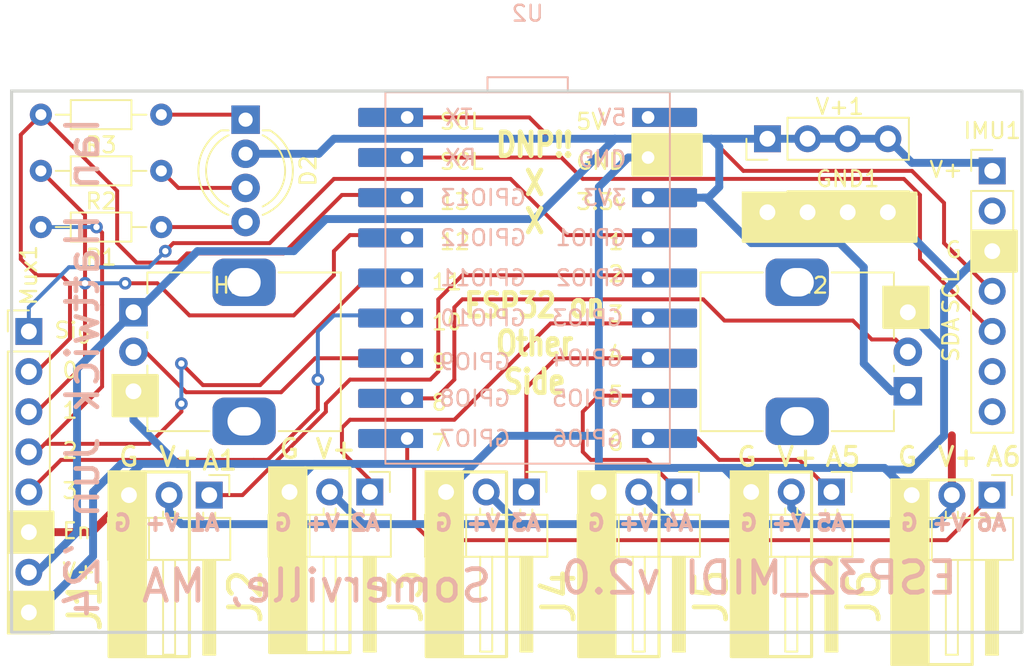
<source format=kicad_pcb>
(kicad_pcb (version 20221018) (generator pcbnew)
  (layers (0 "F.Cu" signal) (31 "B.Cu" signal) (34 "B.Paste" user) (35 "F.Paste" user) (36 "B.SilkS" user "B.Silkscreen") (37 "F.SilkS" user "F.Silkscreen") (38 "B.Mask" user) (39 "F.Mask" user) (44 "Edge.Cuts" user))
  (net 0 "")
  (net 1 "/A1")
  (net 2 "+3.3V")
  (net 3 "GND")
  (net 4 "/A2")
  (net 5 "/A3")
  (net 6 "/A4")
  (net 7 "/A5")
  (net 8 "/A6")
  (net 9 "/A0")
  (net 10 "/D2")
  (net 11 "/D1")
  (net 12 "/A8")
  (net 13 "/SCL")
  (net 14 "/SDA")
  (net 15 "/A7")
  (net 16 "/A9")
  (net 17 "/D0")
  (net 22 "Net-(D2-RK)")
  (net 23 "Net-(D2-GK)")
  (net 24 "Net-(D2-BK)")
  (footprint "Potentiometer_THT:Potentiometer_Alps_RK09K_Single_Vertical" (layer "F.Cu") (at 175 49 180)
    (fp_text reference "RV2" hide)
    (fp_text value "R_Potentiometer" hide)
    (pad "1" thru_hole rect (at 0 0 180) (size 1.8 1.8) (drill 1) (layers "*.Cu" "*.Mask") (net 2 "+3.3V"))
    (pad "2" thru_hole circle (at 0 2.5 180) (size 1.8 1.8) (drill 1) (layers "*.Cu" "*.Mask") (net 15 "/A7"))
    (pad "3" thru_hole circle (at 0 5 180) (size 1.8 1.8) (drill 1) (layers "*.Cu" "*.Mask") (net 3 "GND"))
    (pad "MP" thru_hole roundrect (at 7 -1.9 180) (size 4 3) (drill oval 2.1 1.8) (layers "*.Cu" "*.Mask"))
    (pad "MP" thru_hole roundrect (at 7 6.9 180) (size 4 3) (drill oval 2.1 1.8) (layers "*.Cu" "*.Mask"))
  )
  (footprint "Connector_PinHeader_2.54mm:PinHeader_1x04_P2.54mm_Vertical" (layer "F.Cu") (at 166.116 33.02 90)
    (fp_text reference "V+1" (at 2.032 4.572 180) (layer "F.SilkS"))
    (fp_text value "Conn_01x04_Pin")
    (pad "1" thru_hole rect (at 0 0 90) (size 1.7 1.7) (drill 1) (layers "*.Cu" "*.Mask") (net 2 "+3.3V"))
    (pad "2" thru_hole oval (at 0 2.54 90) (size 1.7 1.7) (drill 1) (layers "*.Cu" "*.Mask") (net 2 "+3.3V"))
    (pad "3" thru_hole oval (at 0 5.08 90) (size 1.7 1.7) (drill 1) (layers "*.Cu" "*.Mask") (net 2 "+3.3V"))
    (pad "4" thru_hole oval (at 0 7.62 90) (size 1.7 1.7) (drill 1) (layers "*.Cu" "*.Mask") (net 2 "+3.3V"))
  )
  (footprint "Connector_PinHeader_2.54mm:PinHeader_1x03_P2.54mm_Horizontal" (layer "F.Cu") (at 180.325 55.569 -90)
    (fp_text reference "J6" (at 6.407 8.113 -90) (layer "F.SilkS") (effects (font (size 2 2) (thickness 0.3))))
    (fp_text value "Conn_01x03_Pin" hide)
    (pad "1" thru_hole rect (at 0 0 270) (size 1.7 1.7) (drill 1) (layers "*.Cu" "*.Mask") (net 8 "/A6"))
    (pad "2" thru_hole oval (at 0 2.54 270) (size 1.7 1.7) (drill 1) (layers "*.Cu" "*.Mask") (net 2 "+3.3V"))
    (pad "3" thru_hole oval (at 0 5.08 270) (size 1.7 1.7) (drill 1) (layers "*.Cu" "*.Mask") (net 3 "GND"))
  )
  (footprint "Connector_PinHeader_2.54mm:PinHeader_1x03_P2.54mm_Horizontal" (layer "F.Cu") (at 130.795 55.569 -90)
    (fp_text reference "J1" (at 6.915 7.859 90) (layer "F.SilkS") (effects (font (size 2 2) (thickness 0.3))))
    (fp_text value "Conn_01x03_Pin" hide)
    (pad "1" thru_hole rect (at 0 0 270) (size 1.7 1.7) (drill 1) (layers "*.Cu" "*.Mask") (net 1 "/A1"))
    (pad "2" thru_hole oval (at 0 2.54 270) (size 1.7 1.7) (drill 1) (layers "*.Cu" "*.Mask") (net 2 "+3.3V"))
    (pad "3" thru_hole oval (at 0 5.08 270) (size 1.7 1.7) (drill 1) (layers "*.Cu" "*.Mask") (net 3 "GND"))
  )
  (footprint "Connector_PinHeader_2.54mm:PinHeader_1x04_P2.54mm_Vertical" (layer "F.Cu") (at 166.116 37.67 90)
    (fp_text reference "GND1" (at 2.11 5.08 180) (layer "F.SilkS"))
    (fp_text value "Conn_01x04_Pin")
    (pad "1" thru_hole rect (at 0 0 90) (size 1.7 1.7) (drill 1) (layers "*.Cu" "*.Mask") (net 3 "GND"))
    (pad "2" thru_hole oval (at 0 2.54 90) (size 1.7 1.7) (drill 1) (layers "*.Cu" "*.Mask") (net 3 "GND"))
    (pad "3" thru_hole oval (at 0 5.08 90) (size 1.7 1.7) (drill 1) (layers "*.Cu" "*.Mask") (net 3 "GND"))
    (pad "4" thru_hole oval (at 0 7.62 90) (size 1.7 1.7) (drill 1) (layers "*.Cu" "*.Mask") (net 3 "GND"))
  )
  (footprint "Connector_PinHeader_2.54mm:PinHeader_1x03_P2.54mm_Horizontal" (layer "F.Cu") (at 160.513 55.372 -90)
    (fp_text reference "J4" (at 6.604 7.605 -90) (layer "F.SilkS") (effects (font (size 2 2) (thickness 0.3))))
    (fp_text value "Conn_01x03_Pin" hide)
    (pad "1" thru_hole rect (at 0 0 270) (size 1.7 1.7) (drill 1) (layers "*.Cu" "*.Mask") (net 6 "/A4"))
    (pad "2" thru_hole oval (at 0 2.54 270) (size 1.7 1.7) (drill 1) (layers "*.Cu" "*.Mask") (net 2 "+3.3V"))
    (pad "3" thru_hole oval (at 0 5.08 270) (size 1.7 1.7) (drill 1) (layers "*.Cu" "*.Mask") (net 3 "GND"))
  )
  (footprint "LED_THT:LED_D5.0mm-4_RGB_Wide_Pins" (layer "F.Cu") (at 133.096 31.812 -90)
    (fp_text reference "D2" (at 3.2385 -3.96 90) (layer "F.SilkS"))
    (fp_text value "LED_RAGB")
    (pad "1" thru_hole rect (at 0 0 270) (size 1.8 1.8) (drill 0.9) (layers "*.Cu" "*.Mask") (net 22 "Net-(D2-RK)"))
    (pad "2" thru_hole circle (at 2.159 0 270) (size 1.8 1.8) (drill 0.9) (layers "*.Cu" "*.Mask") (net 2 "+3.3V"))
    (pad "3" thru_hole circle (at 4.318 0 270) (size 1.8 1.8) (drill 0.9) (layers "*.Cu" "*.Mask") (net 23 "Net-(D2-GK)"))
    (pad "4" thru_hole circle (at 6.477 0 270) (size 1.8 1.8) (drill 0.9) (layers "*.Cu" "*.Mask") (net 24 "Net-(D2-BK)"))
  )
  (footprint "Connector_PinHeader_2.54mm:PinHeader_1x03_P2.54mm_Horizontal" (layer "F.Cu") (at 140.955 55.372 -90)
    (fp_text reference "J2" (at 6.604 7.859 90) (layer "F.SilkS") (effects (font (size 2 2) (thickness 0.3))))
    (fp_text value "Conn_01x03_Pin" hide)
    (pad "1" thru_hole rect (at 0 0 270) (size 1.7 1.7) (drill 1) (layers "*.Cu" "*.Mask") (net 4 "/A2"))
    (pad "2" thru_hole oval (at 0 2.54 270) (size 1.7 1.7) (drill 1) (layers "*.Cu" "*.Mask") (net 2 "+3.3V"))
    (pad "3" thru_hole oval (at 0 5.08 270) (size 1.7 1.7) (drill 1) (layers "*.Cu" "*.Mask") (net 3 "GND"))
  )
  (footprint "Connector_PinHeader_2.54mm:PinHeader_1x07_P2.54mm_Vertical" (layer "F.Cu") (at 180.34 35.052)
    (fp_text reference "IMU1" (at 0 -2.54) (layer "F.SilkS"))
    (fp_text value "Conn_01x07_Pin" hide)
    (pad "1" thru_hole rect (at 0 0) (size 1.7 1.7) (drill 1) (layers "*.Cu" "*.Mask") (net 2 "+3.3V"))
    (pad "2" thru_hole oval (at 0 2.54) (size 1.7 1.7) (drill 1) (layers "*.Cu" "*.Mask"))
    (pad "3" thru_hole oval (at 0 5.08) (size 1.7 1.7) (drill 1) (layers "*.Cu" "*.Mask") (net 3 "GND"))
    (pad "4" thru_hole oval (at 0 7.62) (size 1.7 1.7) (drill 1) (layers "*.Cu" "*.Mask") (net 13 "/SCL"))
    (pad "5" thru_hole oval (at 0 10.16) (size 1.7 1.7) (drill 1) (layers "*.Cu" "*.Mask") (net 14 "/SDA"))
    (pad "6" thru_hole oval (at 0 12.7) (size 1.7 1.7) (drill 1) (layers "*.Cu" "*.Mask"))
    (pad "7" thru_hole oval (at 0 15.24) (size 1.7 1.7) (drill 1) (layers "*.Cu" "*.Mask"))
  )
  (footprint "Resistor_THT:R_Axial_DIN0204_L3.6mm_D1.6mm_P7.62mm_Horizontal" (layer "F.Cu") (at 127.762 31.496 180)
    (fp_text reference "R3" (at 3.81 -1.92) (layer "F.SilkS"))
    (fp_text value "R")
    (pad "1" thru_hole circle (at 0 0 180) (size 1.4 1.4) (drill 0.7) (layers "*.Cu" "*.Mask") (net 22 "Net-(D2-RK)"))
    (pad "2" thru_hole oval (at 7.62 0 180) (size 1.4 1.4) (drill 0.7) (layers "*.Cu" "*.Mask") (net 10 "/D2"))
  )
  (footprint "Resistor_THT:R_Axial_DIN0204_L3.6mm_D1.6mm_P7.62mm_Horizontal" (layer "F.Cu") (at 127.762 38.608 180)
    (fp_text reference "R1" (at 3.81 -1.92) (layer "F.SilkS"))
    (fp_text value "R")
    (pad "1" thru_hole circle (at 0 0 180) (size 1.4 1.4) (drill 0.7) (layers "*.Cu" "*.Mask") (net 24 "Net-(D2-BK)"))
    (pad "2" thru_hole oval (at 7.62 0 180) (size 1.4 1.4) (drill 0.7) (layers "*.Cu" "*.Mask") (net 17 "/D0"))
  )
  (footprint "Potentiometer_THT:Potentiometer_Alps_RK09K_Single_Vertical" (layer "F.Cu") (at 126 44)
    (fp_text reference "RV1" hide)
    (fp_text value "R_Potentiometer" hide)
    (pad "1" thru_hole rect (at 0 0) (size 1.8 1.8) (drill 1) (layers "*.Cu" "*.Mask") (net 2 "+3.3V"))
    (pad "2" thru_hole circle (at 0 2.5) (size 1.8 1.8) (drill 1) (layers "*.Cu" "*.Mask") (net 12 "/A8"))
    (pad "3" thru_hole circle (at 0 5) (size 1.8 1.8) (drill 1) (layers "*.Cu" "*.Mask") (net 3 "GND"))
    (pad "MP" thru_hole roundrect (at 7 -1.9) (size 4 3) (drill oval 2.1 1.8) (layers "*.Cu" "*.Mask"))
    (pad "MP" thru_hole roundrect (at 7 6.9) (size 4 3) (drill oval 2.1 1.8) (layers "*.Cu" "*.Mask"))
  )
  (footprint "Resistor_THT:R_Axial_DIN0204_L3.6mm_D1.6mm_P7.62mm_Horizontal" (layer "F.Cu") (at 127.762 35.052 180)
    (fp_text reference "R2" (at 3.81 -1.92) (layer "F.SilkS"))
    (fp_text value "R")
    (pad "1" thru_hole circle (at 0 0 180) (size 1.4 1.4) (drill 0.7) (layers "*.Cu" "*.Mask") (net 23 "Net-(D2-GK)"))
    (pad "2" thru_hole oval (at 7.62 0 180) (size 1.4 1.4) (drill 0.7) (layers "*.Cu" "*.Mask") (net 11 "/D1"))
  )
  (footprint "MountingHole:MountingHole_3.2mm_M3" (layer "F.Cu") (at 168.95 46.5)
    (fp_text reference "H2" (at 0 -4.2) (layer "F.SilkS"))
    (fp_text value "MountingHole")
    (pad "" np_thru_hole circle (at 0 0) (size 3.2 3.2) (drill 3.2) (layers "*.Cu" "*.Mask"))
  )
  (footprint "Connector_PinHeader_2.54mm:PinHeader_1x03_P2.54mm_Horizontal" (layer "F.Cu") (at 150.861 55.372 -90)
    (fp_text reference "J3" (at 6.604 7.605 -90) (layer "F.SilkS") (effects (font (size 2 2) (thickness 0.3))))
    (fp_text value "Conn_01x03_Pin" hide)
    (pad "1" thru_hole rect (at 0 0 270) (size 1.7 1.7) (drill 1) (layers "*.Cu" "*.Mask") (net 5 "/A3"))
    (pad "2" thru_hole oval (at 0 2.54 270) (size 1.7 1.7) (drill 1) (layers "*.Cu" "*.Mask") (net 2 "+3.3V"))
    (pad "3" thru_hole oval (at 0 5.08 270) (size 1.7 1.7) (drill 1) (layers "*.Cu" "*.Mask") (net 3 "GND"))
  )
  (footprint "Connector_PinHeader_2.54mm:PinHeader_1x08_P2.54mm_Vertical" (layer "F.Cu") (at 119.38 45.212)
    (fp_text reference "Mux1" (at 0 -3.556 90) (layer "F.SilkS"))
    (fp_text value "Conn_01x08_Pin" hide)
    (pad "1" thru_hole rect (at 0 0) (size 1.7 1.7) (drill 1) (layers "*.Cu" "*.Mask") (net 9 "/A0"))
    (pad "2" thru_hole oval (at 0 2.54) (size 1.7 1.7) (drill 1) (layers "*.Cu" "*.Mask") (net 10 "/D2"))
    (pad "3" thru_hole oval (at 0 5.08) (size 1.7 1.7) (drill 1) (layers "*.Cu" "*.Mask") (net 11 "/D1"))
    (pad "4" thru_hole oval (at 0 7.62) (size 1.7 1.7) (drill 1) (layers "*.Cu" "*.Mask") (net 17 "/D0"))
    (pad "5" thru_hole oval (at 0 10.16) (size 1.7 1.7) (drill 1) (layers "*.Cu" "*.Mask") (net 16 "/A9"))
    (pad "6" thru_hole oval (at 0 12.7) (size 1.7 1.7) (drill 1) (layers "*.Cu" "*.Mask") (net 3 "GND"))
    (pad "7" thru_hole oval (at 0 15.24) (size 1.7 1.7) (drill 1) (layers "*.Cu" "*.Mask") (net 2 "+3.3V"))
    (pad "8" thru_hole oval (at 0 17.78) (size 1.7 1.7) (drill 1) (layers "*.Cu" "*.Mask") (net 3 "GND"))
  )
  (footprint "MountingHole:MountingHole_3.2mm_M3" (layer "F.Cu") (at 132.05 46.5)
    (fp_text reference "H1" (at 0 -4.2) (layer "F.SilkS"))
    (fp_text value "MountingHole")
    (pad "" np_thru_hole circle (at 0 0) (size 3.2 3.2) (drill 3.2) (layers "*.Cu" "*.Mask"))
  )
  (footprint "Connector_PinHeader_2.54mm:PinHeader_1x03_P2.54mm_Horizontal" (layer "F.Cu") (at 170.165 55.372 -90)
    (fp_text reference "J5" (at 6.604 7.605 -90) (layer "F.SilkS") (effects (font (size 2 2) (thickness 0.3) bold)))
    (fp_text value "Conn_01x03_Pin" hide)
    (pad "1" thru_hole rect (at 0 0 270) (size 1.7 1.7) (drill 1) (layers "*.Cu" "*.Mask") (net 7 "/A5"))
    (pad "2" thru_hole oval (at 0 2.54 270) (size 1.7 1.7) (drill 1) (layers "*.Cu" "*.Mask") (net 2 "+3.3V"))
    (pad "3" thru_hole oval (at 0 5.08 270) (size 1.7 1.7) (drill 1) (layers "*.Cu" "*.Mask") (net 3 "GND"))
  )
  (footprint "ih_kicad:Wifiduino-ESP32S3" (layer "B.Cu") (at 150.942 41.828 180)
    (fp_text reference "U2" (at 0 16.74 unlocked) (layer "B.SilkS") (effects (justify mirror)))
    (fp_text value "~")
    (fp_text user "RX" (at 5.309999 7.62 unlocked) (layer "B.SilkS") (effects (justify right mirror)))
    (fp_text user "GPIO9" (at 1 -5.309999 unlocked) (layer "B.SilkS") (effects (justify left mirror)))
    (fp_text user "GPIO3" (at -6.120001 -2.54 unlocked) (layer "B.SilkS") (effects (justify left mirror)))
    (fp_text user "GPIO2" (at -6.35 0 unlocked) (layer "B.SilkS") (effects (justify left mirror)))
    (fp_text user "GPIO13" (at 0 5.08 unlocked) (layer "B.SilkS") (effects (justify left mirror)))
    (fp_text user "GPIO11" (at 0 0 unlocked) (layer "B.SilkS") (effects (justify left mirror)))
    (fp_text user "GPIO10" (at 0 -2.54 unlocked) (layer "B.SilkS") (effects (justify left mirror)))
    (fp_text user "GPIO8" (at 1 -7.62 unlocked) (layer "B.SilkS") (effects (justify left mirror)))
    (fp_text user "GPIO12" (at 0 2.54 unlocked) (layer "B.SilkS") (effects (justify left mirror)))
    (fp_text user "GPIO1" (at -6.35 2.54 unlocked) (layer "B.SilkS") (effects (justify left mirror)))
    (fp_text user "5V" (at -6.35 10.16 unlocked) (layer "B.SilkS") (effects (justify left mirror)))
    (fp_text user "GND" (at -6.35 7.62 180 unlocked) (layer "B.SilkS") (effects (justify right mirror)))
    (fp_text user "TX" (at 5.309999 10.16 unlocked) (layer "B.SilkS") (effects (justify right mirror)))
    (fp_text user "GPIO5" (at -6.120001 -7.62 unlocked) (layer "B.SilkS") (effects (justify left mirror)))
    (fp_text user "GPIO4" (at -6.120001 -5.08 unlocked) (layer "B.SilkS") (effects (justify left mirror)))
    (fp_text user "GPIO7" (at 1 -10.16 unlocked) (layer "B.SilkS") (effects (justify left mirror)))
    (fp_text user "3V3" (at -6.35 5.08 unlocked) (layer "B.SilkS") (effects (justify left mirror)))
    (fp_text user "GPIO6" (at -6.120001 -10.16 unlocked) (layer "B.SilkS") (effects (justify left mirror)))
    (pad "1" thru_hole custom (at -7.62 10.16 270) (size 1.2 2) (drill 0.8) (layers "*.Cu" "*.Mask") (options (clearance outline) (anchor rect)) (primitives (gr_poly (pts (xy -0.5 -3) (xy -0.5 0.5) (xy 0.5 0.5) (xy 0.5 -3)) (width 0.2) (fill yes))))
    (pad "2" thru_hole custom (at -7.62 7.62 270) (size 1.2 2) (drill 0.8) (layers "*.Cu" "*.Mask") (net 3 "GND") (options (clearance outline) (anchor rect)) (primitives (gr_poly (pts (xy -0.5 -3) (xy -0.5 0.5) (xy 0.5 0.5) (xy 0.5 -3)) (width 0.2) (fill yes))))
    (pad "3" thru_hole custom (at -7.62 5.08 270) (size 1.2 2) (drill 0.8) (layers "*.Cu" "*.Mask") (net 2 "+3.3V") (options (clearance outline) (anchor rect)) (primitives (gr_poly (pts (xy -0.5 -3) (xy -0.5 0.5) (xy 0.5 0.5) (xy 0.5 -3)) (width 0.2) (fill yes))))
    (pad "4" thru_hole custom (at -7.62 2.54 270) (size 1.2 2) (drill 0.8) (layers "*.Cu" "*.Mask") (net 9 "/A0") (options (clearance outline) (anchor rect)) (primitives (gr_poly (pts (xy -0.5 -3) (xy -0.5 0.5) (xy 0.5 0.5) (xy 0.5 -3)) (width 0.2) (fill yes))))
    (pad "5" thru_hole custom (at -7.62 0 270) (size 1.2 2) (drill 0.8) (layers "*.Cu" "*.Mask") (net 1 "/A1") (options (clearance outline) (anchor rect)) (primitives (gr_poly (pts (xy -0.5 -3) (xy -0.5 0.5) (xy 0.5 0.5) (xy 0.5 -3)) (width 0.2) (fill yes))))
    (pad "6" thru_hole custom (at -7.62 -2.54 270) (size 1.2 2) (drill 0.8) (layers "*.Cu" "*.Mask") (net 4 "/A2") (options (clearance outline) (anchor rect)) (primitives (gr_poly (pts (xy -0.5 -3) (xy -0.5 0.5) (xy 0.5 0.5) (xy 0.5 -3)) (width 0.2) (fill yes))))
    (pad "7" thru_hole custom (at -7.62 -5.08 270) (size 1.2 2) (drill 0.8) (layers "*.Cu" "*.Mask") (net 5 "/A3") (options (clearance outline) (anchor rect)) (primitives (gr_poly (pts (xy -0.5 -3) (xy -0.5 0.5) (xy 0.5 0.5) (xy 0.5 -3)) (width 0.2) (fill yes))))
    (pad "8" thru_hole custom (at -7.62 -7.62 270) (size 1.2 2) (drill 0.8) (layers "*.Cu" "*.Mask") (net 6 "/A4") (options (clearance outline) (anchor rect)) (primitives (gr_poly (pts (xy -0.5 -3) (xy -0.5 0.5) (xy 0.5 0.5) (xy 0.5 -3)) (width 0.2) (fill yes))))
    (pad "9" thru_hole custom (at -7.62 -10.16 270) (size 1.2 2) (drill 0.8) (layers "*.Cu" "*.Mask") (net 7 "/A5") (options (clearance outline) (anchor rect)) (primitives (gr_poly (pts (xy -0.5 -3) (xy -0.5 0.5) (xy 0.5 0.5) (xy 0.5 -3)) (width 0.2) (fill yes))))
    (pad "10" thru_hole custom (at 7.62 -10.16 90) (size 1.2 2) (drill 0.8) (layers "*.Cu" "*.Mask") (net 8 "/A6") (options (clearance outline) (anchor rect)) (primitives (gr_poly (pts (xy -0.5 -3) (xy -0.5 0.5) (xy 0.5 0.5) (xy 0.5 -3)) (width 0.2) (fill yes))))
    (pad "11" thru_hole custom (at 7.62 -7.62 90) (size 1.2 2) (drill 0.8) (layers "*.Cu" "*.Mask") (net 15 "/A7") (options (clearance outline) (anchor rect)) (primitives (gr_poly (pts (xy -0.5 -3) (xy -0.5 0.5) (xy 0.5 0.5) (xy 0.5 -3)) (width 0.2) (fill yes))))
    (pad "12" thru_hole custom (at 7.62 -5.08 90) (size 1.2 2) (drill 0.8) (layers "*.Cu" "*.Mask") (net 12 "/A8") (options (clearance outline) (anchor rect)) (primitives (gr_poly (pts (xy -0.5 -3) (xy -0.5 0.5) (xy 0.5 0.5) (xy 0.5 -3)) (width 0.2) (fill yes))))
    (pad "13" thru_hole custom (at 7.62 -2.54 90) (size 1.2 2) (drill 0.8) (layers "*.Cu" "*.Mask") (net 16 "/A9") (options (clearance outline) (anchor rect)) (primitives (gr_poly (pts (xy -0.5 -3) (xy -0.5 0.5) (xy 0.5 0.5) (xy 0.5 -3)) (width 0.2) (fill yes))))
    (pad "14" thru_hole custom (at 7.62 0 90) (size 1.2 2) (drill 0.8) (layers "*.Cu" "*.Mask") (net 17 "/D0") (options (clearance outline) (anchor rect)) (primitives (gr_poly (pts (xy -0.5 -3) (xy -0.5 0.5) (xy 0.5 0.5) (xy 0.5 -3)) (width 0.2) (fill yes))))
    (pad "15" thru_hole custom (at 7.62 2.54 90) (size 1.2 2) (drill 0.8) (layers "*.Cu" "*.Mask") (net 11 "/D1") (options (clearance outline) (anchor rect)) (primitives (gr_poly (pts (xy -0.5 -3) (xy -0.5 0.5) (xy 0.5 0.5) (xy 0.5 -3)) (width 0.2) (fill yes))))
    (pad "16" thru_hole custom (at 7.62 5.08 90) (size 1.2 2) (drill 0.8) (layers "*.Cu" "*.Mask") (net 10 "/D2") (options (clearance outline) (anchor rect)) (primitives (gr_poly (pts (xy -0.5 -3) (xy -0.5 0.5) (xy 0.5 0.5) (xy 0.5 -3)) (width 0.2) (fill yes))))
    (pad "17" thru_hole custom (at 7.62 7.62 90) (size 1.2 2) (drill 0.8) (layers "*.Cu" "*.Mask") (net 14 "/SDA") (options (clearance outline) (anchor rect)) (primitives (gr_poly (pts (xy -0.5 -3) (xy -0.5 0.5) (xy 0.5 0.5) (xy 0.5 -3)) (width 0.2) (fill yes))))
    (pad "18" thru_hole custom (at 7.62 10.16 90) (size 1.2 2) (drill 0.8) (layers "*.Cu" "*.Mask") (net 13 "/SCL") (options (clearance outline) (anchor rect)) (primitives (gr_poly (pts (xy -0.5 -3) (xy -0.5 0.5) (xy 0.5 0.5) (xy 0.5 -3)) (width 0.2) (fill yes))))
  )
  (gr_rect (start 118.11 56.642) (end 120.904 59.182) (stroke (width 0.2)) (fill solid) (layer "F.SilkS"))
  (gr_rect (start 176.276 54.61) (end 179.07 66.294) (stroke (width 0.2)) (fill none) (layer "F.SilkS"))
  (gr_rect (start 118.11 61.722) (end 120.904 64.262) (stroke (width 0.2)) (fill solid) (layer "F.SilkS"))
  (gr_rect (start 173.99 54.61) (end 176.276 66.294) (stroke (width 0.2)) (fill solid) (layer "F.SilkS"))
  (gr_rect (start 163.83 54.102) (end 166.116 65.786) (stroke (width 0.2)) (fill solid) (layer "F.SilkS"))
  (gr_rect (start 156.464 54.102) (end 159.258 65.786) (stroke (width 0.2)) (fill none) (layer "F.SilkS"))
  (gr_rect (start 164.592 36.46) (end 175.514 39.508) (stroke (width 0.2)) (fill solid) (layer "F.SilkS"))
  (gr_rect (start 124.714 48.006) (end 127.508 50.546) (stroke (width 0.2)) (fill solid) (layer "F.SilkS"))
  (gr_rect (start 154.178 54.102) (end 156.464 65.786) (stroke (width 0.2)) (fill solid) (layer "F.SilkS"))
  (gr_rect (start 173.482 42.418) (end 176.276 44.958) (stroke (width 0.2)) (fill solid) (layer "F.SilkS"))
  (gr_rect (start 124.46 54.102) (end 126.746 65.786) (stroke (width 0.2)) (fill solid) (layer "F.SilkS"))
  (gr_rect (start 126.746 54.102) (end 129.54 65.786) (stroke (width 0.2)) (fill none) (layer "F.SilkS"))
  (gr_rect (start 146.812 54.102) (end 149.606 65.786) (stroke (width 0.2)) (fill none) (layer "F.SilkS"))
  (gr_rect (start 166.116 54.102) (end 168.91 65.786) (stroke (width 0.2)) (fill none) (layer "F.SilkS"))
  (gr_rect (start 136.906 53.848) (end 139.7 65.532) (stroke (width 0.2)) (fill none) (layer "F.SilkS"))
  (gr_rect (start 157.607 32.766) (end 161.925 35.306) (stroke (width 0.2)) (fill solid) (layer "F.SilkS"))
  (gr_rect (start 144.526 54.102) (end 146.812 65.786) (stroke (width 0.2)) (fill solid) (layer "F.SilkS"))
  (gr_rect (start 179.07 38.862) (end 181.864 41.402) (stroke (width 0.2)) (fill solid) (layer "F.SilkS"))
  (gr_rect (start 134.62 53.848) (end 136.906 65.532) (stroke (width 0.2)) (fill solid) (layer "F.SilkS"))
  (gr_rect (start 118.288 30) (end 182.22 64.252) (stroke (width 0.2)) (fill none) (layer "Edge.Cuts"))
  (gr_text "V+" (at 159.004 57.912) (layer "B.SilkS") (effects (font (size 1 1) (thickness 0.25) bold) (justify left bottom mirror)))
  (gr_text "G" (at 125.984 57.912) (layer "B.SilkS") (effects (font (size 1 1) (thickness 0.25) bold) (justify left bottom mirror)))
  (gr_text "V+" (at 129.032 57.912) (layer "B.SilkS") (effects (font (size 1 1) (thickness 0.25) bold) (justify left bottom mirror)))
  (gr_text "G" (at 175.768 57.912) (layer "B.SilkS") (effects (font (size 1 1) (thickness 0.25) bold) (justify left bottom mirror)))
  (gr_text "G" (at 146.304 57.912) (layer "B.SilkS") (effects (font (size 1 1) (thickness 0.25) bold) (justify left bottom mirror)))
  (gr_text "Ian Hattwick Jun '24" (at 123.952 31.496 90) (layer "B.SilkS") (effects (font (size 2 2) (thickness 0.3) bold) (justify left bottom mirror)))
  (gr_text "V+" (at 168.656 57.912) (layer "B.SilkS") (effects (font (size 1 1) (thickness 0.25) bold) (justify left bottom mirror)))
  (gr_text "V+" (at 178.816 57.912) (layer "B.SilkS") (effects (font (size 1 1) (thickness 0.25) bold) (justify left bottom mirror)))
  (gr_text "G" (at 165.608 57.912) (layer "B.SilkS") (effects (font (size 1 1) (thickness 0.25) bold) (justify left bottom mirror)))
  (gr_text "Somerville, MA" (at 148.844 62.484) (layer "B.SilkS") (effects (font (size 2 2) (thickness 0.3) bold) (justify left bottom mirror)))
  (gr_text "A5" (at 171.196 57.912) (layer "B.SilkS") (effects (font (size 1 1) (thickness 0.25) bold) (justify left bottom mirror)))
  (gr_text "A3" (at 151.892 57.912) (layer "B.SilkS") (effects (font (size 1 1) (thickness 0.25) bold) (justify left bottom mirror)))
  (gr_text "A6" (at 181.356 57.912) (layer "B.SilkS") (effects (font (size 1 1) (thickness 0.25) bold) (justify left bottom mirror)))
  (gr_text "V+" (at 149.352 57.912) (layer "B.SilkS") (effects (font (size 1 1) (thickness 0.25) bold) (justify left bottom mirror)))
  (gr_text "V+" (at 139.192 57.912) (layer "B.SilkS") (effects (font (size 1 1) (thickness 0.25) bold) (justify left bottom mirror)))
  (gr_text "A4" (at 161.544 57.912) (layer "B.SilkS") (effects (font (size 1 1) (thickness 0.25) bold) (justify left bottom mirror)))
  (gr_text "ESP32_MIDI v2.0" (at 178.308 61.976) (layer "B.SilkS") (effects (font (size 2 2) (thickness 0.3) bold) (justify left bottom mirror)))
  (gr_text "G" (at 136.144 57.912) (layer "B.SilkS") (effects (font (size 1 1) (thickness 0.25) bold) (justify left bottom mirror)))
  (gr_text "G" (at 155.956 57.912) (layer "B.SilkS") (effects (font (size 1 1) (thickness 0.25) bold) (justify left bottom mirror)))
  (gr_text "A2" (at 141.732 57.912) (layer "B.SilkS") (effects (font (size 1 1) (thickness 0.25) bold) (justify left bottom mirror)))
  (gr_text "A1" (at 131.572 57.912) (layer "B.SilkS") (effects (font (size 1 1) (thickness 0.25) bold) (justify left bottom mirror)))
  (gr_text "V+" (at 176.276 35.56) (layer "F.SilkS") (effects (font (size 1 1)) (justify left bottom)))
  (gr_text "2" (at 155.956 42.164) (layer "F.SilkS") (effects (font (size 1 1)) (justify left bottom)))
  (gr_text "1" (at 121.412 50.8) (layer "F.SilkS") (effects (font (size 1 1)) (justify left bottom)))
  (gr_text "Sig" (at 120.904 45.72) (layer "F.SilkS") (effects (font (size 1 1)) (justify left bottom)))
  (gr_text "G" (at 174.244 53.848) (layer "F.SilkS") (effects (font (size 1.2 1.2) (thickness 0.2) bold) (justify left bottom)))
  (gr_text "SCL" (at 145.288 35.052) (layer "F.SilkS") (effects (font (size 1 1)) (justify left bottom)))
  (gr_text "4" (at 155.956 47.244) (layer "F.SilkS") (effects (font (size 1 1)) (justify left bottom)))
  (gr_text "V+" (at 127.508 53.848) (layer "F.SilkS") (effects (font (size 1.2 1.2) (thickness 0.2) bold) (justify left bottom)))
  (gr_text "V+" (at 176.784 53.848) (layer "F.SilkS") (effects (font (size 1.2 1.2) (thickness 0.2) bold) (justify left bottom)))
  (gr_text "3" (at 155.956 44.704) (layer "F.SilkS") (effects (font (size 1 1)) (justify left bottom)))
  (gr_text "G" (at 135.128 53.34) (layer "F.SilkS") (effects (font (size 1.2 1.2) (thickness 0.2) bold) (justify left bottom)))
  (gr_text "5V" (at 153.924 32.512) (layer "F.SilkS") (effects (font (size 1 1)) (justify left bottom)))
  (gr_text "2" (at 121.412 53.34) (layer "F.SilkS") (effects (font (size 1 1)) (justify left bottom)))
  (gr_text "12" (at 145.288 40.132) (layer "F.SilkS") (effects (font (size 1 1)) (justify left bottom)))
  (gr_text "DNP!!\nX\nX" (at 151.384 39.116) (layer "F.SilkS") (effects (font (size 1.5 1.2) (thickness 0.3) bold) (justify bottom)))
  (gr_text "V+" (at 137.414 53.34) (layer "F.SilkS") (effects (font (size 1.2 1.2) (thickness 0.2) bold) (justify left bottom)))
  (gr_text "11" (at 144.78 42.672) (layer "F.SilkS") (effects (font (size 1 1)) (justify left bottom)))
  (gr_text "GND" (at 153.924 35.052) (layer "F.SilkS") (effects (font (size 1 1)) (justify left bottom)))
  (gr_text "G" (at 124.968 53.848) (layer "F.SilkS") (effects (font (size 1.2 1.2) (thickness 0.2) bold) (justify left bottom)))
  (gr_text "13" (at 145.288 37.592) (layer "F.SilkS") (effects (font (size 1 1)) (justify left bottom)))
  (gr_text "3.3v" (at 153.924 37.592) (layer "F.SilkS") (effects (font (size 1 1)) (justify left bottom)))
  (gr_text "En" (at 121.412 58.42) (layer "F.SilkS") (effects (font (size 1 1)) (justify left bottom)))
  (gr_text "G" (at 177.292 40.64) (layer "F.SilkS") (effects (font (size 1 1)) (justify left bottom)))
  (gr_text "SCL" (at 145.288 32.512) (layer "F.SilkS") (effects (font (size 1 1)) (justify left bottom)))
  (gr_text "A5" (at 169.672 53.848) (layer "F.SilkS") (effects (font (size 1.2 1.2) (thickness 0.2) bold) (justify left bottom)))
  (gr_text "1" (at 155.956 40.132) (layer "F.SilkS") (effects (font (size 1 1)) (justify left bottom)))
  (gr_text "SCL" (at 178.308 44.196 90) (layer "F.SilkS") (effects (font (size 1 1)) (justify left bottom)))
  (gr_text "A6" (at 179.832 53.848) (layer "F.SilkS") (effects (font (size 1.2 1.2) (thickness 0.2) bold) (justify left bottom)))
  (gr_text "10" (at 144.78 45.212) (layer "F.SilkS") (effects (font (size 1 1)) (justify left bottom)))
  (gr_text "3" (at 121.412 55.88) (layer "F.SilkS") (effects (font (size 1 1)) (justify left bottom)))
  (gr_text "9" (at 144.78 47.752) (layer "F.SilkS") (effects (font (size 1 1)) (justify left bottom)))
  (gr_text "8" (at 144.78 50.292) (layer "F.SilkS") (effects (font (size 1 1)) (justify left bottom)))
  (gr_text "V+" (at 166.624 53.848) (layer "F.SilkS") (effects (font (size 1.2 1.2) (thickness 0.2) bold) (justify left bottom)))
  (gr_text "SDA" (at 178.308 47.244 90) (layer "F.SilkS") (effects (font (size 1 1)) (justify left bottom)))
  (gr_text "V+" (at 121.412 60.96) (layer "F.SilkS") (effects (font (size 1 1)) (justify left bottom)))
  (gr_text "A1" (at 130.24387 54.084674) (layer "F.SilkS") (effects (font (size 1.2 1.2) (thickness 0.2) bold) (justify left bottom)))
  (gr_text "G" (at 164.084 53.848) (layer "F.SilkS") (effects (font (size 1.2 1.2) (thickness 0.2) bold) (justify left bottom)))
  (gr_text "6" (at 155.956 52.832) (layer "F.SilkS") (effects (font (size 1 1)) (justify left bottom)))
  (gr_text "5" (at 155.956 49.784) (layer "F.SilkS") (effects (font (size 1 1)) (justify left bottom)))
  (gr_text "ESP32 on\nOther\nSide" (at 151.384 49.276) (layer "F.SilkS") (effects (font (size 1.5 1.2) (thickness 0.3) bold) (justify bottom)))
  (gr_text "0" (at 121.412 48.26) (layer "F.SilkS") (effects (font (size 1 1)) (justify left bottom)))
  (gr_text "7" (at 144.78 52.832) (layer "F.SilkS") (effects (font (size 1 1)) (justify left bottom)))
  (segment (start 158.39 41.656) (end 158.562 41.828) (width 0.25) (layer "F.Cu") (net 1))
  (segment (start 145.288 47.752) (end 145.288 43.18) (width 0.25) (layer "F.Cu") (net 1))
  (segment (start 145.288 43.18) (end 146.812 41.656) (width 0.25) (layer "F.Cu") (net 1))
  (segment (start 132.899 55.569) (end 138.176 50.292) (width 0.25) (layer "F.Cu") (net 1))
  (segment (start 138.176 50.292) (end 138.176 49.784) (width 0.25) (layer "F.Cu") (net 1))
  (segment (start 130.795 55.569) (end 132.899 55.569) (width 0.25) (layer "F.Cu") (net 1))
  (segment (start 139.7 48.26) (end 144.78 48.26) (width 0.25) (layer "F.Cu") (net 1))
  (segment (start 146.812 41.656) (end 158.39 41.656) (width 0.25) (layer "F.Cu") (net 1))
  (segment (start 138.176 49.784) (end 139.7 48.26) (width 0.25) (layer "F.Cu") (net 1))
  (segment (start 144.78 48.26) (end 145.288 47.752) (width 0.25) (layer "F.Cu") (net 1))
  (segment (start 177.785 55.569) (end 177.785 51.785) (width 0.5) (layer "F.Cu") (net 2))
  (segment (start 158.562 36.748) (end 162.052 36.748) (width 0.5) (layer "B.Cu") (net 2))
  (segment (start 170.688 39.624) (end 165.1 39.624) (width 0.5) (layer "B.Cu") (net 2))
  (segment (start 130.048 40.132) (end 136.144 40.132) (width 0.5) (layer "B.Cu") (net 2))
  (segment (start 138.176 38.1) (end 151.384 38.1) (width 0.5) (layer "B.Cu") (net 2))
  (segment (start 150.876 57.404) (end 160.02 57.404) (width 0.5) (layer "B.Cu") (net 2))
  (segment (start 128.255 55.569) (end 128.255 56.627) (width 0.5) (layer "B.Cu") (net 2))
  (segment (start 160.02 57.404) (end 169.46 57.404) (width 0.5) (layer "B.Cu") (net 2))
  (segment (start 138.684 33.02) (end 156.464 33.02) (width 0.5) (layer "B.Cu") (net 2))
  (segment (start 129.032 57.404) (end 140.504 57.404) (width 0.5) (layer "B.Cu") (net 2))
  (segment (start 126 44) (end 126.18 44) (width 0.5) (layer "B.Cu") (net 2))
  (segment (start 176.784 57.404) (end 177.785 56.403) (width 0.5) (layer "B.Cu") (net 2))
  (segment (start 151.384 38.1) (end 156.464 33.02) (width 0.5) (layer "B.Cu") (net 2))
  (segment (start 119.888 60.452) (end 122.428 57.912) (width 0.5) (layer "B.Cu") (net 2))
  (segment (start 168.656 57.404) (end 169.46 57.404) (width 0.5) (layer "B.Cu") (net 2))
  (segment (start 180.34 34.544) (end 175.26 34.544) (width 0.5) (layer "B.Cu") (net 2))
  (segment (start 122.428 57.912) (end 122.428 47.572) (width 0.5) (layer "B.Cu") (net 2))
  (segment (start 163.068 36.068) (end 163.068 33.528) (width 0.5) (layer "B.Cu") (net 2))
  (segment (start 133.096 33.971) (end 137.733 33.971) (width 0.5) (layer "B.Cu") (net 2))
  (segment (start 173.736 33.02) (end 162.56 33.02) (width 0.5) (layer "B.Cu") (net 2))
  (segment (start 177.785 56.403) (end 177.785 55.569) (width 0.5) (layer "B.Cu") (net 2))
  (segment (start 126.18 44) (end 130.048 40.132) (width 0.5) (layer "B.Cu") (net 2))
  (segment (start 169.46 57.404) (end 176.784 57.404) (width 0.5) (layer "B.Cu") (net 2))
  (segment (start 162.388 36.748) (end 163.068 36.068) (width 0.5) (layer "B.Cu") (net 2))
  (segment (start 165.1 39.624) (end 162.224 36.748) (width 0.5) (layer "B.Cu") (net 2))
  (segment (start 137.733 33.971) (end 138.684 33.02) (width 0.5) (layer "B.Cu") (net 2))
  (segment (start 162.052 36.748) (end 162.388 36.748) (width 0.5) (layer "B.Cu") (net 2))
  (segment (start 163.068 33.528) (end 162.56 33.02) (width 0.5) (layer "B.Cu") (net 2))
  (segment (start 162.224 36.748) (end 162.052 36.748) (width 0.5) (layer "B.Cu") (net 2))
  (segment (start 136.144 40.132) (end 138.176 38.1) (width 0.5) (layer "B.Cu") (net 2))
  (segment (start 157.988 55.372) (end 160.02 57.404) (width 0.5) (layer "B.Cu") (net 2))
  (segment (start 128.255 56.627) (end 129.032 57.404) (width 0.5) (layer "B.Cu") (net 2))
  (segment (start 148.336 55.372) (end 150.368 57.404) (width 0.5) (layer "B.Cu") (net 2))
  (segment (start 172.212 41.148) (end 170.688 39.624) (width 0.5) (layer "B.Cu") (net 2))
  (segment (start 140.504 57.404) (end 150.876 57.404) (width 0.5) (layer "B.Cu") (net 2))
  (segment (start 138.472 55.372) (end 140.504 57.404) (width 0.5) (layer "B.Cu") (net 2))
  (segment (start 172.212 47.244) (end 172.212 41.148) (width 0.5) (layer "B.Cu") (net 2))
  (segment (start 175 49) (end 173.968 49) (width 0.5) (layer "B.Cu") (net 2))
  (segment (start 138.415 55.372) (end 138.472 55.372) (width 0.5) (layer "B.Cu") (net 2))
  (segment (start 167.625 56.373) (end 168.656 57.404) (width 0.5) (layer "B.Cu") (net 2))
  (segment (start 173.968 49) (end 172.212 47.244) (width 0.5) (layer "B.Cu") (net 2))
  (segment (start 167.625 55.569) (end 167.625 56.373) (width 0.5) (layer "B.Cu") (net 2))
  (segment (start 122.428 47.572) (end 126 44) (width 0.5) (layer "B.Cu") (net 2))
  (segment (start 175.26 34.544) (end 173.736 33.02) (width 0.5) (layer "B.Cu") (net 2))
  (segment (start 156.464 33.02) (end 162.56 33.02) (width 0.5) (layer "B.Cu") (net 2))
  (segment (start 150.368 57.404) (end 150.876 57.404) (width 0.5) (layer "B.Cu") (net 2))
  (segment (start 123.372 57.912) (end 125.715 55.569) (width 0.5) (layer "F.Cu") (net 3))
  (segment (start 119.38 57.912) (end 123.372 57.912) (width 0.5) (layer "F.Cu") (net 3))
  (segment (start 155.448 51.816) (end 155.448 53.848) (width 0.5) (layer "B.Cu") (net 3))
  (segment (start 123.444 55.372) (end 125.222 53.594) (width 0.5) (layer "B.Cu") (net 3))
  (segment (start 123.444 59.436) (end 123.444 55.372) (width 0.5) (layer "B.Cu") (net 3))
  (segment (start 177.292 51.816) (end 175.154 53.954) (width 0.5) (layer "B.Cu") (net 3))
  (segment (start 125.715 54.371) (end 126.492 53.594) (width 0.5) (layer "B.Cu") (net 3))
  (segment (start 135.875 55.133) (end 137.414 53.594) (width 0.5) (layer "B.Cu") (net 3))
  (segment (start 137.414 53.594) (end 138.104 53.594) (width 0.5) (layer "B.Cu") (net 3))
  (segment (start 157.308 34.208) (end 155.448 36.068) (width 0.5) (layer "B.Cu") (net 3))
  (segment (start 177.292 42.672) (end 177.292 46.292) (width 0.5) (layer "B.Cu") (net 3))
  (segment (start 180.34 39.624) (end 177.8 42.164) (width 0.5) (layer "B.Cu") (net 3))
  (segment (start 129.54 53.594) (end 138.104 53.594) (width 0.5) (layer "B.Cu") (net 3))
  (segment (start 158.562 34.208) (end 157.308 34.208) (width 0.5) (layer "B.Cu") (net 3))
  (segment (start 126.492 53.594) (end 129.54 53.594) (width 0.5) (layer "B.Cu") (net 3))
  (segment (start 177.8 41.734) (end 177.8 42.164) (width 0.5) (layer "B.Cu") (net 3))
  (segment (start 165.085 55.569) (end 163.364 53.848) (width 0.5) (layer "B.Cu") (net 3))
  (segment (start 138.104 53.594) (end 147.574 53.594) (width 0.5) (layer "B.Cu") (net 3))
  (segment (start 126 50.816) (end 128.778 53.594) (width 0.5) (layer "B.Cu") (net 3))
  (segment (start 166.116 37.67) (end 173.736 37.67) (width 0.5) (layer "B.Cu") (net 3))
  (segment (start 119.888 62.992) (end 123.444 59.436) (width 0.5) (layer "B.Cu") (net 3))
  (segment (start 135.875 55.372) (end 135.875 55.133) (width 0.5) (layer "B.Cu") (net 3))
  (segment (start 173.63 53.954) (end 173.524 53.848) (width 0.5) (layer "B.Cu") (net 3))
  (segment (start 125.222 53.594) (end 126.492 53.594) (width 0.5) (layer "B.Cu") (net 3))
  (segment (start 155.448 36.068) (end 155.448 51.816) (width 0.5) (layer "B.Cu") (net 3))
  (segment (start 155.448 53.848) (end 155.448 55.372) (width 0.5) (layer "B.Cu") (net 3))
  (segment (start 175.245 55.569) (end 173.63 53.954) (width 0.5) (layer "B.Cu") (net 3))
  (segment (start 175.154 53.954) (end 173.63 53.954) (width 0.5) (layer "B.Cu") (net 3))
  (segment (start 149.352 51.816) (end 155.448 51.816) (width 0.5) (layer "B.Cu") (net 3))
  (segment (start 177.8 42.164) (end 177.292 42.672) (width 0.5) (layer "B.Cu") (net 3))
  (segment (start 173.524 53.848) (end 163.364 53.848) (width 0.5) (layer "B.Cu") (net 3))
  (segment (start 177.292 46.292) (end 177.292 51.816) (width 0.5) (layer "B.Cu") (net 3))
  (segment (start 175 44) (end 177.292 46.292) (width 0.5) (layer "B.Cu") (net 3))
  (segment (start 173.736 37.67) (end 177.8 41.734) (width 0.5) (layer "B.Cu") (net 3))
  (segment (start 145.796 55.372) (end 147.574 53.594) (width 0.5) (layer "B.Cu") (net 3))
  (segment (start 128.778 53.594) (end 129.54 53.594) (width 0.5) (layer "B.Cu") (net 3))
  (segment (start 126 49) (end 126 50.816) (width 0.5) (layer "B.Cu") (net 3))
  (segment (start 147.574 53.594) (end 149.352 51.816) (width 0.5) (layer "B.Cu") (net 3))
  (segment (start 163.364 53.848) (end 155.448 53.848) (width 0.5) (layer "B.Cu") (net 3))
  (segment (start 125.715 55.569) (end 125.715 54.371) (width 0.5) (layer "B.Cu") (net 3))
  (segment (start 152.4 44.704) (end 158.226 44.704) (width 0.25) (layer "F.Cu") (net 4))
  (segment (start 139.192 52.832) (end 139.192 51.308) (width 0.25) (layer "F.Cu") (net 4))
  (segment (start 139.192 51.308) (end 139.7 50.8) (width 0.25) (layer "F.Cu") (net 4))
  (segment (start 140.955 55.372) (end 140.955 54.595) (width 0.25) (layer "F.Cu") (net 4))
  (segment (start 140.955 54.595) (end 139.192 52.832) (width 0.25) (layer "F.Cu") (net 4))
  (segment (start 158.226 44.704) (end 158.562 44.368) (width 0.25) (layer "F.Cu") (net 4))
  (segment (start 146.304 50.8) (end 152.4 44.704) (width 0.25) (layer "F.Cu") (net 4))
  (segment (start 139.7 50.8) (end 146.304 50.8) (width 0.25) (layer "F.Cu") (net 4))
  (segment (start 150.861 48.783) (end 152.736 46.908) (width 0.25) (layer "F.Cu") (net 5))
  (segment (start 150.861 55.372) (end 150.861 48.783) (width 0.25) (layer "F.Cu") (net 5))
  (segment (start 152.736 46.908) (end 158.562 46.908) (width 0.25) (layer "F.Cu") (net 5))
  (segment (start 154.432 50.292) (end 155.448 49.276) (width 0.25) (layer "F.Cu") (net 6))
  (segment (start 160.513 55.357) (end 158.496 53.34) (width 0.25) (layer "F.Cu") (net 6))
  (segment (start 158.496 53.34) (end 154.94 53.34) (width 0.25) (layer "F.Cu") (net 6))
  (segment (start 154.94 53.34) (end 154.432 52.832) (width 0.25) (layer "F.Cu") (net 6))
  (segment (start 154.432 52.832) (end 154.432 50.292) (width 0.25) (layer "F.Cu") (net 6))
  (segment (start 158.39 49.276) (end 158.562 49.448) (width 0.25) (layer "F.Cu") (net 6))
  (segment (start 160.513 55.372) (end 160.513 55.357) (width 0.25) (layer "F.Cu") (net 6))
  (segment (start 155.448 49.276) (end 158.39 49.276) (width 0.25) (layer "F.Cu") (net 6))
  (segment (start 161.716 51.988) (end 158.562 51.988) (width 0.25) (layer "F.Cu") (net 7))
  (segment (start 168.133 53.34) (end 163.068 53.34) (width 0.25) (layer "F.Cu") (net 7))
  (segment (start 170.165 55.372) (end 168.133 53.34) (width 0.25) (layer "F.Cu") (net 7))
  (segment (start 163.068 53.34) (end 161.716 51.988) (width 0.25) (layer "F.Cu") (net 7))
  (segment (start 180.325 55.569) (end 177.474 58.42) (width 0.25) (layer "F.Cu") (net 8))
  (segment (start 177.474 58.42) (end 144.78 58.42) (width 0.25) (layer "F.Cu") (net 8))
  (segment (start 143.764 53.848) (end 143.322 53.406) (width 0.25) (layer "F.Cu") (net 8))
  (segment (start 143.322 53.406) (end 143.322 51.988) (width 0.25) (layer "F.Cu") (net 8))
  (segment (start 143.764 57.404) (end 143.764 53.848) (width 0.25) (layer "F.Cu") (net 8))
  (segment (start 144.78 58.42) (end 143.764 57.404) (width 0.25) (layer "F.Cu") (net 8))
  (segment (start 153.416 39.116) (end 158.39 39.116) (width 0.25) (layer "F.Cu") (net 9))
  (segment (start 158.39 39.116) (end 158.562 39.288) (width 0.25) (layer "F.Cu") (net 9))
  (segment (start 134.62 39.624) (end 138.684 35.56) (width 0.25) (layer "F.Cu") (net 9))
  (segment (start 138.684 35.56) (end 149.86 35.56) (width 0.25) (layer "F.Cu") (net 9))
  (segment (start 128.016 40.132) (end 128.524 39.624) (width 0.25) (layer "F.Cu") (net 9))
  (segment (start 128.524 39.624) (end 134.62 39.624) (width 0.25) (layer "F.Cu") (net 9))
  (segment (start 149.86 35.56) (end 153.416 39.116) (width 0.25) (layer "F.Cu") (net 9))
  (via (at 128.016 40.132) (size 0.8) (drill 0.4) (layers "F.Cu" "B.Cu") (net 9))
  (segment (start 119.38 45.212) (end 119.38 43.688) (width 0.25) (layer "B.Cu") (net 9))
  (segment (start 119.38 43.688) (end 121.92 41.148) (width 0.25) (layer "B.Cu") (net 9))
  (segment (start 121.92 41.148) (end 127 41.148) (width 0.25) (layer "B.Cu") (net 9))
  (segment (start 127 41.148) (end 128.016 40.132) (width 0.25) (layer "B.Cu") (net 9))
  (segment (start 118.872 32.766) (end 120.142 31.496) (width 0.25) (layer "F.Cu") (net 10))
  (segment (start 121.412 41.656) (end 119.888 41.656) (width 0.25) (layer "F.Cu") (net 10))
  (segment (start 141.431604 36.748) (end 141.259604 36.576) (width 0.25) (layer "F.Cu") (net 10))
  (segment (start 126.201 40.857) (end 124.968 39.624) (width 0.25) (layer "F.Cu") (net 10))
  (segment (start 139.192 36.576) (end 135.493 40.275) (width 0.25) (layer "F.Cu") (net 10))
  (segment (start 121.984198 42.228198) (end 121.412 41.656) (width 0.25) (layer "F.Cu") (net 10))
  (segment (start 121.984198 45.655802) (end 121.984198 42.228198) (width 0.25) (layer "F.Cu") (net 10))
  (segment (start 128.815 40.857) (end 126.201 40.857) (width 0.25) (layer "F.Cu") (net 10))
  (segment (start 143.322 36.748) (end 141.431604 36.748) (width 0.25) (layer "F.Cu") (net 10))
  (segment (start 141.259604 36.576) (end 139.192 36.576) (width 0.25) (layer "F.Cu") (net 10))
  (segment (start 135.493 40.275) (end 129.397 40.275) (width 0.25) (layer "F.Cu") (net 10))
  (segment (start 129.397 40.275) (end 128.815 40.857) (width 0.25) (layer "F.Cu") (net 10))
  (segment (start 124.968 36.322) (end 120.142 31.496) (width 0.25) (layer "F.Cu") (net 10))
  (segment (start 143.15 36.576) (end 143.322 36.748) (width 0.25) (layer "F.Cu") (net 10))
  (segment (start 119.888 41.656) (end 118.872 40.64) (width 0.25) (layer "F.Cu") (net 10))
  (segment (start 124.968 39.624) (end 124.968 36.322) (width 0.25) (layer "F.Cu") (net 10))
  (segment (start 119.888 47.752) (end 121.984198 45.655802) (width 0.25) (layer "F.Cu") (net 10))
  (segment (start 118.872 40.64) (end 118.872 32.766) (width 0.25) (layer "F.Cu") (net 10))
  (segment (start 122.936 47.244) (end 122.936 42.164) (width 0.25) (layer "F.Cu") (net 11))
  (segment (start 122.936 37.846) (end 120.142 35.052) (width 0.25) (layer "F.Cu") (net 11))
  (segment (start 136.144 44.196) (end 129.54 44.196) (width 0.25) (layer "F.Cu") (net 11))
  (segment (start 139.7 39.116) (end 138.684 40.132) (width 0.25) (layer "F.Cu") (net 11))
  (segment (start 143.322 39.288) (end 143.15 39.116) (width 0.25) (layer "F.Cu") (net 11))
  (segment (start 127.508 42.164) (end 125.476 42.164) (width 0.25) (layer "F.Cu") (net 11))
  (segment (start 129.54 44.196) (end 127.508 42.164) (width 0.25) (layer "F.Cu") (net 11))
  (segment (start 138.684 40.132) (end 138.684 41.656) (width 0.25) (layer "F.Cu") (net 11))
  (segment (start 143.15 39.116) (end 139.7 39.116) (width 0.25) (layer "F.Cu") (net 11))
  (segment (start 119.888 50.292) (end 122.936 47.244) (width 0.25) (layer "F.Cu") (net 11))
  (segment (start 122.936 42.164) (end 122.936 37.846) (width 0.25) (layer "F.Cu") (net 11))
  (segment (start 138.684 41.656) (end 136.144 44.196) (width 0.25) (layer "F.Cu") (net 11))
  (via (at 125.476 42.164) (size 0.8) (drill 0.4) (layers "F.Cu" "B.Cu") (net 11))
  (via (at 122.936 42.164) (size 0.8) (drill 0.4) (layers "F.Cu" "B.Cu") (net 11))
  (segment (start 125.476 42.164) (end 122.936 42.164) (width 0.25) (layer "B.Cu") (net 11))
  (segment (start 126.764 46.5) (end 129.323 49.059) (width 0.25) (layer "F.Cu") (net 12))
  (segment (start 129.323 49.059) (end 135.345 49.059) (width 0.25) (layer "F.Cu") (net 12))
  (segment (start 137.496 46.908) (end 143.322 46.908) (width 0.25) (layer "F.Cu") (net 12))
  (segment (start 126 46.5) (end 126.764 46.5) (width 0.25) (layer "F.Cu") (net 12))
  (segment (start 135.345 49.059) (end 137.496 46.908) (width 0.25) (layer "F.Cu") (net 12))
  (segment (start 175.26 35.052) (end 164.592 35.052) (width 0.25) (layer "F.Cu") (net 13))
  (segment (start 164.592 35.052) (end 162.56 33.02) (width 0.25) (layer "F.Cu") (net 13))
  (segment (start 180.34 42.672) (end 177.292 39.624) (width 0.25) (layer "F.Cu") (net 13))
  (segment (start 151.048 31.668) (end 143.322 31.668) (width 0.25) (layer "F.Cu") (net 13))
  (segment (start 177.292 37.084) (end 175.26 35.052) (width 0.25) (layer "F.Cu") (net 13))
  (segment (start 152.4 33.02) (end 151.048 31.668) (width 0.25) (layer "F.Cu") (net 13))
  (segment (start 177.292 39.624) (end 177.292 37.084) (width 0.25) (layer "F.Cu") (net 13))
  (segment (start 162.56 33.02) (end 152.4 33.02) (width 0.25) (layer "F.Cu") (net 13))
  (segment (start 175.768 36.576) (end 174.752 35.56) (width 0.25) (layer "F.Cu") (net 14))
  (segment (start 153.08 34.208) (end 143.322 34.208) (width 0.25) (layer "F.Cu") (net 14))
  (segment (start 154.432 35.56) (end 153.08 34.208) (width 0.25) (layer "F.Cu") (net 14))
  (segment (start 175.768 40.64) (end 175.768 36.576) (width 0.25) (layer "F.Cu") (net 14))
  (segment (start 174.752 35.56) (end 154.432 35.56) (width 0.25) (layer "F.Cu") (net 14))
  (segment (start 180.34 45.212) (end 175.768 40.64) (width 0.25) (layer "F.Cu") (net 14))
  (segment (start 163.397 44.525) (end 162.052 43.18) (width 0.25) (layer "F.Cu") (net 15))
  (segment (start 146.304 48.26) (end 145.116 49.448) (width 0.25) (layer "F.Cu") (net 15))
  (segment (start 171.525 44.525) (end 163.397 44.525) (width 0.25) (layer "F.Cu") (net 15))
  (segment (start 146.304 43.688) (end 146.304 48.26) (width 0.25) (layer "F.Cu") (net 15))
  (segment (start 175 46.5) (end 174.22 45.72) (width 0.25) (layer "F.Cu") (net 15))
  (segment (start 174.22 45.72) (end 172.72 45.72) (width 0.25) (layer "F.Cu") (net 15))
  (segment (start 145.116 49.448) (end 143.322 49.448) (width 0.25) (layer "F.Cu") (net 15))
  (segment (start 172.72 45.72) (end 171.525 44.525) (width 0.25) (layer "F.Cu") (net 15))
  (segment (start 146.812 43.18) (end 146.304 43.688) (width 0.25) (layer "F.Cu") (net 15))
  (segment (start 162.052 43.18) (end 146.812 43.18) (width 0.25) (layer "F.Cu") (net 15))
  (segment (start 119.38 55.372) (end 121.412 53.34) (width 0.25) (layer "F.Cu") (net 16))
  (segment (start 121.412 53.34) (end 133.604 53.34) (width 0.25) (layer "F.Cu") (net 16))
  (segment (start 137.668 50.163604) (end 137.668 48.26) (width 0.25) (layer "F.Cu") (net 16))
  (segment (start 134.491604 53.34) (end 136.587802 51.243802) (width 0.25) (layer "F.Cu") (net 16))
  (segment (start 136.587802 51.243802) (end 137.668 50.163604) (width 0.25) (layer "F.Cu") (net 16))
  (segment (start 133.604 53.34) (end 134.491604 53.34) (width 0.25) (layer "F.Cu") (net 16))
  (via (at 137.668 48.26) (size 0.8) (drill 0.4) (layers "F.Cu" "B.Cu") (net 16))
  (segment (start 143.15 44.196) (end 143.322 44.368) (width 0.25) (layer "B.Cu") (net 16))
  (segment (start 137.668 45.212) (end 138.684 44.196) (width 0.25) (layer "B.Cu") (net 16))
  (segment (start 138.684 44.196) (end 143.15 44.196) (width 0.25) (layer "B.Cu") (net 16))
  (segment (start 137.668 48.26) (end 137.668 45.212) (width 0.25) (layer "B.Cu") (net 16))
  (segment (start 129.032 47.244) (end 130.397 48.609) (width 0.25) (layer "F.Cu") (net 17))
  (segment (start 124.016198 48.703802) (end 124.016198 43.533802) (width 0.25) (layer "F.Cu") (net 17))
  (segment (start 119.888 52.832) (end 120.396 52.324) (width 0.25) (layer "F.Cu") (net 17))
  (segment (start 127 52.324) (end 120.396 52.324) (width 0.25) (layer "F.Cu") (net 17))
  (segment (start 134.017 48.609) (end 140.798 41.828) (width 0.25) (layer "F.Cu") (net 17))
  (segment (start 124.016198 43.533802) (end 124.016198 38.963698) (width 0.25) (layer "F.Cu") (net 17))
  (segment (start 129.032 49.784) (end 129.032 50.292) (width 0.25) (layer "F.Cu") (net 17))
  (segment (start 130.397 48.609) (end 134.017 48.609) (width 0.25) (layer "F.Cu") (net 17))
  (segment (start 120.396 52.324) (end 124.016198 48.703802) (width 0.25) (layer "F.Cu") (net 17))
  (segment (start 124.016198 38.963698) (end 123.6605 38.608) (width 0.25) (layer "F.Cu") (net 17))
  (segment (start 140.798 41.828) (end 143.322 41.828) (width 0.25) (layer "F.Cu") (net 17))
  (segment (start 129.032 50.292) (end 127 52.324) (width 0.25) (layer "F.Cu") (net 17))
  (via (at 123.6605 38.608) (size 0.8) (drill 0.4) (layers "F.Cu" "B.Cu") (net 17))
  (via (at 129.032 47.244) (size 0.8) (drill 0.4) (layers "F.Cu" "B.Cu") (net 17))
  (via (at 129.032 49.784) (size 0.8) (drill 0.4) (layers "F.Cu" "B.Cu") (net 17))
  (segment (start 129.032 47.244) (end 129.032 49.784) (width 0.25) (layer "B.Cu") (net 17))
  (segment (start 123.6605 38.608) (end 120.142 38.608) (width 0.25) (layer "B.Cu") (net 17))
  (segment (start 132.78 31.496) (end 133.096 31.812) (width 0.25) (layer "F.Cu") (net 22))
  (segment (start 127.762 31.496) (end 132.78 31.496) (width 0.25) (layer "F.Cu") (net 22))
  (segment (start 127.762 35.052) (end 128.84 36.13) (width 0.25) (layer "F.Cu") (net 23))
  (segment (start 128.84 36.13) (end 133.096 36.13) (width 0.25) (layer "F.Cu") (net 23))
  (segment (start 127.762 38.608) (end 132.777 38.608) (width 0.25) (layer "F.Cu") (net 24))
  (segment (start 132.777 38.608) (end 133.096 38.289) (width 0.25) (layer "F.Cu") (net 24))
)
</source>
